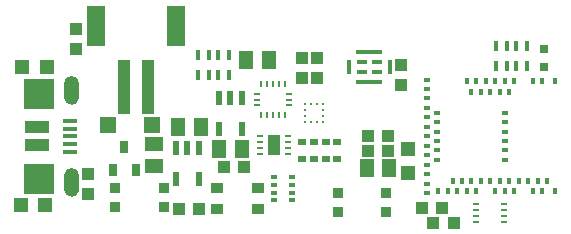
<source format=gbr>
G04 EAGLE Gerber RS-274X export*
G75*
%MOMM*%
%FSLAX34Y34*%
%LPD*%
%INSolderpaste Top*%
%IPPOS*%
%AMOC8*
5,1,8,0,0,1.08239X$1,22.5*%
G01*
%ADD10R,0.900000X0.900000*%
%ADD11R,0.550000X1.200000*%
%ADD12R,1.200000X1.200000*%
%ADD13R,2.000000X1.000000*%
%ADD14R,2.500000X2.500000*%
%ADD15R,1.250000X0.300000*%
%ADD16R,1.400000X1.400000*%
%ADD17R,0.635000X1.016000*%
%ADD18R,0.800000X0.800000*%
%ADD19R,0.400000X0.600000*%
%ADD20R,0.600000X0.400000*%
%ADD21R,0.500000X0.275000*%
%ADD22R,1.000000X0.850000*%
%ADD23R,1.075000X1.000000*%
%ADD24R,1.240000X1.500000*%
%ADD25R,1.500000X1.240000*%
%ADD26R,1.000000X1.075000*%
%ADD27R,1.300000X1.200000*%
%ADD28R,0.450000X0.900000*%
%ADD29R,0.250000X0.500000*%
%ADD30R,0.500000X0.250000*%
%ADD31R,0.275000X0.250000*%
%ADD32R,0.250000X0.275000*%
%ADD33R,0.720000X0.600000*%
%ADD34R,1.000000X1.700000*%
%ADD35R,0.600000X0.250000*%
%ADD36R,0.450000X1.200000*%
%ADD37R,2.200000X0.450000*%
%ADD38R,0.950000X0.450000*%
%ADD39R,0.500000X0.350000*%
%ADD40R,1.000000X4.600000*%
%ADD41R,1.600000X3.400000*%

G36*
X53548Y141173D02*
X53548Y141173D01*
X54822Y141373D01*
X54869Y141390D01*
X54959Y141411D01*
X56155Y141889D01*
X56198Y141916D01*
X56281Y141956D01*
X57341Y142688D01*
X57377Y142724D01*
X57448Y142782D01*
X58319Y143732D01*
X58346Y143774D01*
X58403Y143847D01*
X59040Y144967D01*
X59057Y145014D01*
X59096Y145097D01*
X59469Y146331D01*
X59474Y146381D01*
X59494Y146471D01*
X59583Y147756D01*
X59581Y147776D01*
X59584Y147800D01*
X59584Y158800D01*
X59582Y158815D01*
X59583Y158835D01*
X59522Y159961D01*
X59511Y160008D01*
X59503Y160084D01*
X59222Y161177D01*
X59202Y161221D01*
X59180Y161294D01*
X58692Y162311D01*
X58664Y162350D01*
X58627Y162417D01*
X57950Y163320D01*
X57915Y163353D01*
X57866Y163411D01*
X57026Y164164D01*
X56985Y164190D01*
X56925Y164238D01*
X55954Y164812D01*
X55909Y164829D01*
X55842Y164865D01*
X54777Y165239D01*
X54730Y165247D01*
X54657Y165269D01*
X53540Y165428D01*
X53512Y165427D01*
X53360Y165428D01*
X52244Y165269D01*
X52198Y165254D01*
X52123Y165239D01*
X51058Y164865D01*
X51016Y164841D01*
X50946Y164812D01*
X49975Y164238D01*
X49938Y164206D01*
X49874Y164164D01*
X49034Y163411D01*
X49005Y163374D01*
X48950Y163320D01*
X48273Y162417D01*
X48251Y162374D01*
X48208Y162311D01*
X47720Y161294D01*
X47707Y161247D01*
X47678Y161177D01*
X47397Y160084D01*
X47394Y160036D01*
X47378Y159961D01*
X47317Y158835D01*
X47319Y158819D01*
X47316Y158800D01*
X47316Y147800D01*
X47319Y147785D01*
X47317Y147765D01*
X47378Y146639D01*
X47390Y146592D01*
X47397Y146516D01*
X47678Y145423D01*
X47698Y145379D01*
X47720Y145306D01*
X48208Y144289D01*
X48237Y144250D01*
X48273Y144183D01*
X48950Y143280D01*
X48985Y143247D01*
X49034Y143189D01*
X49874Y142436D01*
X49915Y142410D01*
X49975Y142362D01*
X50946Y141788D01*
X50991Y141771D01*
X51058Y141735D01*
X52123Y141361D01*
X52170Y141353D01*
X52244Y141331D01*
X53360Y141172D01*
X53361Y141172D01*
X53548Y141173D01*
G37*
G36*
X53548Y63173D02*
X53548Y63173D01*
X54822Y63373D01*
X54869Y63390D01*
X54959Y63411D01*
X56155Y63889D01*
X56198Y63916D01*
X56281Y63956D01*
X57341Y64688D01*
X57377Y64724D01*
X57448Y64782D01*
X58319Y65732D01*
X58346Y65774D01*
X58403Y65847D01*
X59040Y66967D01*
X59057Y67014D01*
X59096Y67097D01*
X59469Y68331D01*
X59474Y68381D01*
X59494Y68471D01*
X59583Y69756D01*
X59581Y69776D01*
X59584Y69800D01*
X59584Y80800D01*
X59582Y80815D01*
X59583Y80835D01*
X59522Y81961D01*
X59511Y82008D01*
X59503Y82084D01*
X59222Y83177D01*
X59202Y83221D01*
X59180Y83294D01*
X58692Y84311D01*
X58664Y84350D01*
X58627Y84417D01*
X57950Y85320D01*
X57915Y85353D01*
X57866Y85411D01*
X57026Y86164D01*
X56985Y86190D01*
X56925Y86238D01*
X55954Y86812D01*
X55909Y86829D01*
X55842Y86865D01*
X54777Y87239D01*
X54730Y87247D01*
X54657Y87269D01*
X53540Y87428D01*
X53512Y87427D01*
X53360Y87428D01*
X52244Y87269D01*
X52198Y87254D01*
X52123Y87239D01*
X51058Y86865D01*
X51016Y86841D01*
X50946Y86812D01*
X49975Y86238D01*
X49938Y86206D01*
X49874Y86164D01*
X49034Y85411D01*
X49005Y85374D01*
X48950Y85320D01*
X48273Y84417D01*
X48251Y84374D01*
X48208Y84311D01*
X47720Y83294D01*
X47707Y83247D01*
X47678Y83177D01*
X47397Y82084D01*
X47394Y82036D01*
X47378Y81961D01*
X47317Y80835D01*
X47319Y80819D01*
X47316Y80800D01*
X47316Y69800D01*
X47319Y69785D01*
X47317Y69765D01*
X47378Y68639D01*
X47390Y68592D01*
X47397Y68516D01*
X47678Y67423D01*
X47698Y67379D01*
X47720Y67306D01*
X48208Y66289D01*
X48237Y66250D01*
X48273Y66183D01*
X48950Y65280D01*
X48985Y65247D01*
X49034Y65189D01*
X49874Y64436D01*
X49915Y64410D01*
X49975Y64362D01*
X50946Y63788D01*
X50991Y63771D01*
X51058Y63735D01*
X52123Y63361D01*
X52170Y63353D01*
X52244Y63331D01*
X53360Y63172D01*
X53361Y63172D01*
X53548Y63173D01*
G37*
D10*
X131498Y70230D03*
X131498Y54230D03*
X90498Y54230D03*
X90498Y70230D03*
D11*
X160884Y104441D03*
X151384Y104441D03*
X141884Y104441D03*
X141884Y78439D03*
X160884Y78439D03*
D12*
X31328Y56388D03*
X10328Y56388D03*
D11*
X197333Y146859D03*
X187833Y146859D03*
X178333Y146859D03*
X178333Y120857D03*
X197333Y120857D03*
D13*
X24450Y121800D03*
X24450Y106800D03*
D14*
X25450Y150300D03*
X25450Y78300D03*
D15*
X52200Y127300D03*
X52200Y120800D03*
X52200Y114300D03*
X52200Y107800D03*
X52200Y101300D03*
D16*
X121116Y123952D03*
X84116Y123952D03*
D17*
X98171Y105504D03*
X107671Y85504D03*
X88671Y85504D03*
D12*
X11725Y172720D03*
X32725Y172720D03*
D18*
X453390Y172840D03*
X453390Y187840D03*
D19*
X462950Y160800D03*
X443950Y160800D03*
X427950Y160800D03*
X423950Y151800D03*
X415950Y151800D03*
X407950Y151800D03*
X403950Y160800D03*
X399950Y151800D03*
X395950Y160800D03*
X391950Y151800D03*
X387950Y160800D03*
X411950Y160800D03*
D20*
X353950Y162300D03*
D19*
X419950Y160800D03*
D20*
X353950Y154300D03*
D19*
X451950Y160800D03*
D20*
X353950Y146300D03*
X353950Y138300D03*
X353950Y130300D03*
X353950Y122300D03*
X353950Y114300D03*
X353950Y106300D03*
X353950Y98300D03*
X362950Y126300D03*
X362950Y118300D03*
X362950Y110300D03*
X362950Y102300D03*
X362950Y94300D03*
X353950Y74300D03*
X353950Y90300D03*
X353950Y82300D03*
X353950Y66300D03*
D19*
X363950Y67800D03*
X371950Y67800D03*
X379950Y67800D03*
X383950Y76800D03*
X391950Y76800D03*
X387950Y67800D03*
X375950Y76800D03*
D20*
X362950Y134300D03*
D19*
X395950Y67800D03*
X399950Y76800D03*
X407950Y76800D03*
X411950Y67800D03*
X415950Y76800D03*
X419950Y67800D03*
X423950Y76800D03*
X427950Y67800D03*
X431950Y76800D03*
X439950Y76800D03*
X443950Y67800D03*
X447950Y76800D03*
X451950Y67800D03*
X455950Y76800D03*
X462950Y67800D03*
D20*
X419950Y134300D03*
X419950Y126300D03*
X419950Y118300D03*
X419950Y110300D03*
X419950Y102300D03*
X419950Y94300D03*
D21*
X419670Y42030D03*
X419670Y47030D03*
X419670Y52030D03*
X419670Y57030D03*
X395670Y42030D03*
X395670Y47030D03*
X395670Y52030D03*
X395670Y57030D03*
D22*
X211368Y52702D03*
X176368Y52702D03*
X211368Y70202D03*
X176368Y70202D03*
D10*
X319839Y66547D03*
X319839Y50547D03*
X278839Y50547D03*
X278839Y66547D03*
D23*
X182254Y87884D03*
X199254Y87884D03*
X304555Y101981D03*
X321555Y101981D03*
D24*
X178460Y103759D03*
X197460Y103759D03*
X220320Y179070D03*
X201320Y179070D03*
D25*
X122936Y89052D03*
X122936Y108052D03*
D24*
X303555Y87122D03*
X322555Y87122D03*
X162662Y122555D03*
X143662Y122555D03*
D26*
X67564Y65287D03*
X67564Y82287D03*
D23*
X144662Y53086D03*
X161662Y53086D03*
X350275Y53975D03*
X367275Y53975D03*
X359800Y41275D03*
X376800Y41275D03*
D27*
X338201Y103886D03*
X338201Y83566D03*
D28*
X186736Y166506D03*
X186736Y183506D03*
X177736Y166506D03*
X169736Y166506D03*
X160736Y166506D03*
X160736Y183506D03*
X177736Y183506D03*
X169736Y183506D03*
D26*
X332740Y157870D03*
X332740Y174870D03*
D29*
X214155Y131915D03*
X219155Y131915D03*
X224155Y131915D03*
X229155Y131915D03*
X234155Y131915D03*
D30*
X237655Y140415D03*
X237655Y145415D03*
X237655Y150415D03*
D29*
X234155Y158915D03*
X229155Y158915D03*
X224155Y158915D03*
X219155Y158915D03*
X214155Y158915D03*
D30*
X210655Y150415D03*
X210655Y145415D03*
X210655Y140415D03*
D31*
X265945Y126485D03*
X265945Y131485D03*
X265945Y136485D03*
X265945Y141485D03*
D32*
X260945Y141485D03*
X255945Y141485D03*
D31*
X250945Y141485D03*
X250945Y136485D03*
X250945Y131485D03*
X250945Y126485D03*
D32*
X255945Y126485D03*
X260945Y126485D03*
D26*
X261620Y180585D03*
X261620Y163585D03*
D33*
X248475Y109235D03*
X258475Y109235D03*
X268475Y109235D03*
X278475Y109235D03*
X278475Y95235D03*
X268475Y95235D03*
X258475Y95235D03*
X248475Y95235D03*
D23*
X304555Y114935D03*
X321555Y114935D03*
D34*
X224790Y106680D03*
D35*
X213290Y114180D03*
X213290Y109180D03*
X213290Y104180D03*
X213290Y99180D03*
X236290Y99180D03*
X236290Y104180D03*
X236290Y109180D03*
X236290Y114180D03*
D36*
X322935Y172720D03*
X287935Y172720D03*
D37*
X305435Y160220D03*
X305435Y185220D03*
D38*
X299185Y168470D03*
X299185Y176970D03*
X311685Y176970D03*
X311685Y168470D03*
D39*
X224410Y60100D03*
X224410Y66600D03*
X224410Y73100D03*
X224410Y79600D03*
X240410Y79600D03*
X240410Y73100D03*
X240410Y66600D03*
X240410Y60100D03*
D28*
X439085Y173745D03*
X439085Y190745D03*
X430085Y173745D03*
X422085Y173745D03*
X413085Y173745D03*
X413085Y190745D03*
X430085Y190745D03*
X422085Y190745D03*
D26*
X248285Y180585D03*
X248285Y163585D03*
X57150Y205350D03*
X57150Y188350D03*
D40*
X97950Y156040D03*
X117950Y156040D03*
D41*
X73950Y208040D03*
X141950Y208040D03*
M02*

</source>
